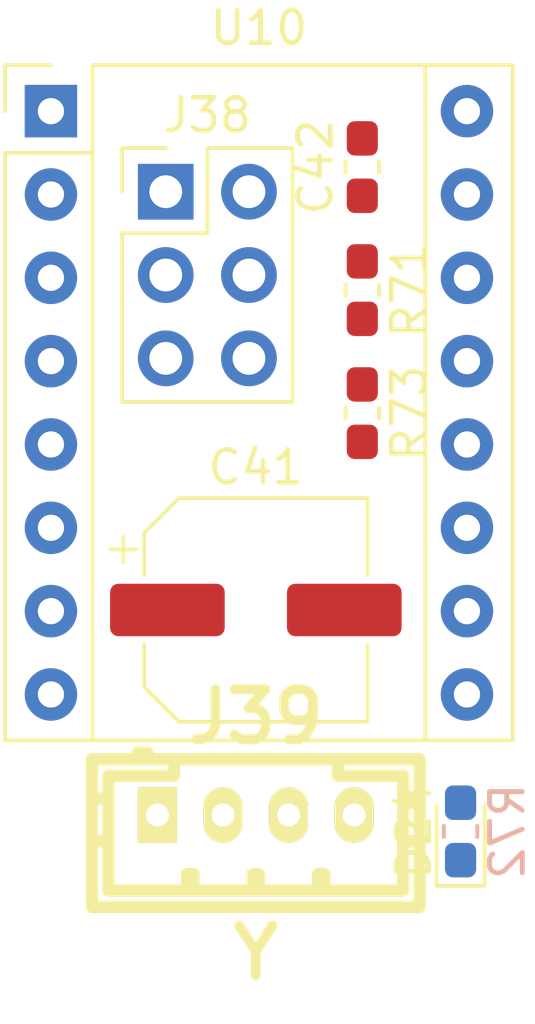
<source format=kicad_pcb>
(kicad_pcb (version 20171130) (host pcbnew 5.0.2-bee76a0~70~ubuntu18.04.1)

  (general
    (thickness 1.6)
    (drawings 0)
    (tracks 0)
    (zones 0)
    (modules 9)
    (nets 16)
  )

  (page A4)
  (layers
    (0 F.Cu signal)
    (31 B.Cu signal)
    (32 B.Adhes user)
    (33 F.Adhes user)
    (34 B.Paste user)
    (35 F.Paste user)
    (36 B.SilkS user)
    (37 F.SilkS user)
    (38 B.Mask user)
    (39 F.Mask user)
    (40 Dwgs.User user)
    (41 Cmts.User user)
    (42 Eco1.User user)
    (43 Eco2.User user)
    (44 Edge.Cuts user)
    (45 Margin user)
    (46 B.CrtYd user)
    (47 F.CrtYd user)
    (48 B.Fab user)
    (49 F.Fab user)
  )

  (setup
    (last_trace_width 0.25)
    (trace_clearance 0.2)
    (zone_clearance 0.508)
    (zone_45_only no)
    (trace_min 0.2)
    (segment_width 0.2)
    (edge_width 0.1)
    (via_size 0.8)
    (via_drill 0.4)
    (via_min_size 0.4)
    (via_min_drill 0.3)
    (uvia_size 0.3)
    (uvia_drill 0.1)
    (uvias_allowed no)
    (uvia_min_size 0.2)
    (uvia_min_drill 0.1)
    (pcb_text_width 0.3)
    (pcb_text_size 1.5 1.5)
    (mod_edge_width 0.15)
    (mod_text_size 1 1)
    (mod_text_width 0.15)
    (pad_size 1.5 1.5)
    (pad_drill 0.6)
    (pad_to_mask_clearance 0)
    (solder_mask_min_width 0.25)
    (aux_axis_origin 0 0)
    (visible_elements FFFFFF7F)
    (pcbplotparams
      (layerselection 0x010fc_ffffffff)
      (usegerberextensions false)
      (usegerberattributes false)
      (usegerberadvancedattributes false)
      (creategerberjobfile false)
      (excludeedgelayer true)
      (linewidth 0.100000)
      (plotframeref false)
      (viasonmask false)
      (mode 1)
      (useauxorigin false)
      (hpglpennumber 1)
      (hpglpenspeed 20)
      (hpglpendiameter 15.000000)
      (psnegative false)
      (psa4output false)
      (plotreference true)
      (plotvalue true)
      (plotinvisibletext false)
      (padsonsilk false)
      (subtractmaskfromsilk false)
      (outputformat 1)
      (mirror false)
      (drillshape 1)
      (scaleselection 1)
      (outputdirectory ""))
  )

  (net 0 "")
  (net 1 GND)
  (net 2 +12V)
  (net 3 "Net-(J39-Pad1)")
  (net 4 "Net-(J39-Pad3)")
  (net 5 "Net-(J39-Pad2)")
  (net 6 "Net-(J39-Pad4)")
  (net 7 "Net-(U10-Pad5)")
  (net 8 "Net-(J38-Pad5)")
  (net 9 "Net-(J38-Pad3)")
  (net 10 "Net-(J38-Pad1)")
  (net 11 "Net-(D24-Pad2)")
  (net 12 /Y_DIR)
  (net 13 /Y_STEP)
  (net 14 +3V3_STM32)
  (net 15 /~Y_EN~)

  (net_class Default "This is the default net class."
    (clearance 0.2)
    (trace_width 0.25)
    (via_dia 0.8)
    (via_drill 0.4)
    (uvia_dia 0.3)
    (uvia_drill 0.1)
    (add_net +12V)
    (add_net +3V3_STM32)
    (add_net /Y_DIR)
    (add_net /Y_STEP)
    (add_net /~Y_EN~)
    (add_net GND)
    (add_net "Net-(D24-Pad2)")
    (add_net "Net-(J38-Pad1)")
    (add_net "Net-(J38-Pad3)")
    (add_net "Net-(J38-Pad5)")
    (add_net "Net-(J39-Pad1)")
    (add_net "Net-(J39-Pad2)")
    (add_net "Net-(J39-Pad3)")
    (add_net "Net-(J39-Pad4)")
    (add_net "Net-(U10-Pad5)")
  )

  (module Capacitor_SMD:CP_Elec_6.3x7.7 (layer F.Cu) (tedit 5BCA39D0) (tstamp 5CCAAADD)
    (at 9 18.25)
    (descr "SMD capacitor, aluminum electrolytic, Nichicon, 6.3x7.7mm")
    (tags "capacitor electrolytic")
    (path /5CC04D38)
    (attr smd)
    (fp_text reference C41 (at 0 -4.35) (layer F.SilkS)
      (effects (font (size 1 1) (thickness 0.15)))
    )
    (fp_text value CP100uf,25V (at 0 4.35) (layer F.Fab)
      (effects (font (size 1 1) (thickness 0.15)))
    )
    (fp_circle (center 0 0) (end 3.15 0) (layer F.Fab) (width 0.1))
    (fp_line (start 3.3 -3.3) (end 3.3 3.3) (layer F.Fab) (width 0.1))
    (fp_line (start -2.3 -3.3) (end 3.3 -3.3) (layer F.Fab) (width 0.1))
    (fp_line (start -2.3 3.3) (end 3.3 3.3) (layer F.Fab) (width 0.1))
    (fp_line (start -3.3 -2.3) (end -3.3 2.3) (layer F.Fab) (width 0.1))
    (fp_line (start -3.3 -2.3) (end -2.3 -3.3) (layer F.Fab) (width 0.1))
    (fp_line (start -3.3 2.3) (end -2.3 3.3) (layer F.Fab) (width 0.1))
    (fp_line (start -2.704838 -1.33) (end -2.074838 -1.33) (layer F.Fab) (width 0.1))
    (fp_line (start -2.389838 -1.645) (end -2.389838 -1.015) (layer F.Fab) (width 0.1))
    (fp_line (start 3.41 3.41) (end 3.41 1.06) (layer F.SilkS) (width 0.12))
    (fp_line (start 3.41 -3.41) (end 3.41 -1.06) (layer F.SilkS) (width 0.12))
    (fp_line (start -2.345563 -3.41) (end 3.41 -3.41) (layer F.SilkS) (width 0.12))
    (fp_line (start -2.345563 3.41) (end 3.41 3.41) (layer F.SilkS) (width 0.12))
    (fp_line (start -3.41 2.345563) (end -3.41 1.06) (layer F.SilkS) (width 0.12))
    (fp_line (start -3.41 -2.345563) (end -3.41 -1.06) (layer F.SilkS) (width 0.12))
    (fp_line (start -3.41 -2.345563) (end -2.345563 -3.41) (layer F.SilkS) (width 0.12))
    (fp_line (start -3.41 2.345563) (end -2.345563 3.41) (layer F.SilkS) (width 0.12))
    (fp_line (start -4.4375 -1.8475) (end -3.65 -1.8475) (layer F.SilkS) (width 0.12))
    (fp_line (start -4.04375 -2.24125) (end -4.04375 -1.45375) (layer F.SilkS) (width 0.12))
    (fp_line (start 3.55 -3.55) (end 3.55 -1.05) (layer F.CrtYd) (width 0.05))
    (fp_line (start 3.55 -1.05) (end 4.7 -1.05) (layer F.CrtYd) (width 0.05))
    (fp_line (start 4.7 -1.05) (end 4.7 1.05) (layer F.CrtYd) (width 0.05))
    (fp_line (start 4.7 1.05) (end 3.55 1.05) (layer F.CrtYd) (width 0.05))
    (fp_line (start 3.55 1.05) (end 3.55 3.55) (layer F.CrtYd) (width 0.05))
    (fp_line (start -2.4 3.55) (end 3.55 3.55) (layer F.CrtYd) (width 0.05))
    (fp_line (start -2.4 -3.55) (end 3.55 -3.55) (layer F.CrtYd) (width 0.05))
    (fp_line (start -3.55 2.4) (end -2.4 3.55) (layer F.CrtYd) (width 0.05))
    (fp_line (start -3.55 -2.4) (end -2.4 -3.55) (layer F.CrtYd) (width 0.05))
    (fp_line (start -3.55 -2.4) (end -3.55 -1.05) (layer F.CrtYd) (width 0.05))
    (fp_line (start -3.55 1.05) (end -3.55 2.4) (layer F.CrtYd) (width 0.05))
    (fp_line (start -3.55 -1.05) (end -4.7 -1.05) (layer F.CrtYd) (width 0.05))
    (fp_line (start -4.7 -1.05) (end -4.7 1.05) (layer F.CrtYd) (width 0.05))
    (fp_line (start -4.7 1.05) (end -3.55 1.05) (layer F.CrtYd) (width 0.05))
    (fp_text user %R (at 0 0) (layer F.Fab)
      (effects (font (size 1 1) (thickness 0.15)))
    )
    (pad 1 smd roundrect (at -2.7 0) (size 3.5 1.6) (layers F.Cu F.Paste F.Mask) (roundrect_rratio 0.15625)
      (net 2 +12V))
    (pad 2 smd roundrect (at 2.7 0) (size 3.5 1.6) (layers F.Cu F.Paste F.Mask) (roundrect_rratio 0.15625)
      (net 1 GND))
    (model ${KISYS3DMOD}/Capacitor_SMD.3dshapes/CP_Elec_6.3x7.7.wrl
      (at (xyz 0 0 0))
      (scale (xyz 1 1 1))
      (rotate (xyz 0 0 0))
    )
  )

  (module Capacitor_SMD:C_0603_1608Metric_Pad1.05x0.95mm_HandSolder (layer F.Cu) (tedit 5B301BBE) (tstamp 5CCAA8BC)
    (at 12.25 4.75 90)
    (descr "Capacitor SMD 0603 (1608 Metric), square (rectangular) end terminal, IPC_7351 nominal with elongated pad for handsoldering. (Body size source: http://www.tortai-tech.com/upload/download/2011102023233369053.pdf), generated with kicad-footprint-generator")
    (tags "capacitor handsolder")
    (path /5CC40ACD)
    (attr smd)
    (fp_text reference C42 (at 0 -1.43 90) (layer F.SilkS)
      (effects (font (size 1 1) (thickness 0.15)))
    )
    (fp_text value C104,0603 (at 0 1.43 90) (layer F.Fab)
      (effects (font (size 1 1) (thickness 0.15)))
    )
    (fp_text user %R (at 0 0 90) (layer F.Fab)
      (effects (font (size 0.4 0.4) (thickness 0.06)))
    )
    (fp_line (start 1.65 0.73) (end -1.65 0.73) (layer F.CrtYd) (width 0.05))
    (fp_line (start 1.65 -0.73) (end 1.65 0.73) (layer F.CrtYd) (width 0.05))
    (fp_line (start -1.65 -0.73) (end 1.65 -0.73) (layer F.CrtYd) (width 0.05))
    (fp_line (start -1.65 0.73) (end -1.65 -0.73) (layer F.CrtYd) (width 0.05))
    (fp_line (start -0.171267 0.51) (end 0.171267 0.51) (layer F.SilkS) (width 0.12))
    (fp_line (start -0.171267 -0.51) (end 0.171267 -0.51) (layer F.SilkS) (width 0.12))
    (fp_line (start 0.8 0.4) (end -0.8 0.4) (layer F.Fab) (width 0.1))
    (fp_line (start 0.8 -0.4) (end 0.8 0.4) (layer F.Fab) (width 0.1))
    (fp_line (start -0.8 -0.4) (end 0.8 -0.4) (layer F.Fab) (width 0.1))
    (fp_line (start -0.8 0.4) (end -0.8 -0.4) (layer F.Fab) (width 0.1))
    (pad 2 smd roundrect (at 0.875 0 90) (size 1.05 0.95) (layers F.Cu F.Paste F.Mask) (roundrect_rratio 0.25)
      (net 14 +3V3_STM32))
    (pad 1 smd roundrect (at -0.875 0 90) (size 1.05 0.95) (layers F.Cu F.Paste F.Mask) (roundrect_rratio 0.25)
      (net 1 GND))
    (model ${KISYS3DMOD}/Capacitor_SMD.3dshapes/C_0603_1608Metric.wrl
      (at (xyz 0 0 0))
      (scale (xyz 1 1 1))
      (rotate (xyz 0 0 0))
    )
  )

  (module Connector_PinHeader_2.54mm:PinHeader_2x03_P2.54mm_Vertical (layer F.Cu) (tedit 59FED5CC) (tstamp 5CCAA67C)
    (at 6.25 5.5)
    (descr "Through hole straight pin header, 2x03, 2.54mm pitch, double rows")
    (tags "Through hole pin header THT 2x03 2.54mm double row")
    (path /5CC04CDF)
    (fp_text reference J38 (at 1.27 -2.33) (layer F.SilkS)
      (effects (font (size 1 1) (thickness 0.15)))
    )
    (fp_text value MS_SELECT (at 1.27 7.41) (layer F.Fab)
      (effects (font (size 1 1) (thickness 0.15)))
    )
    (fp_text user %R (at 1.27 2.54 90) (layer F.Fab)
      (effects (font (size 1 1) (thickness 0.15)))
    )
    (fp_line (start 4.35 -1.8) (end -1.8 -1.8) (layer F.CrtYd) (width 0.05))
    (fp_line (start 4.35 6.85) (end 4.35 -1.8) (layer F.CrtYd) (width 0.05))
    (fp_line (start -1.8 6.85) (end 4.35 6.85) (layer F.CrtYd) (width 0.05))
    (fp_line (start -1.8 -1.8) (end -1.8 6.85) (layer F.CrtYd) (width 0.05))
    (fp_line (start -1.33 -1.33) (end 0 -1.33) (layer F.SilkS) (width 0.12))
    (fp_line (start -1.33 0) (end -1.33 -1.33) (layer F.SilkS) (width 0.12))
    (fp_line (start 1.27 -1.33) (end 3.87 -1.33) (layer F.SilkS) (width 0.12))
    (fp_line (start 1.27 1.27) (end 1.27 -1.33) (layer F.SilkS) (width 0.12))
    (fp_line (start -1.33 1.27) (end 1.27 1.27) (layer F.SilkS) (width 0.12))
    (fp_line (start 3.87 -1.33) (end 3.87 6.41) (layer F.SilkS) (width 0.12))
    (fp_line (start -1.33 1.27) (end -1.33 6.41) (layer F.SilkS) (width 0.12))
    (fp_line (start -1.33 6.41) (end 3.87 6.41) (layer F.SilkS) (width 0.12))
    (fp_line (start -1.27 0) (end 0 -1.27) (layer F.Fab) (width 0.1))
    (fp_line (start -1.27 6.35) (end -1.27 0) (layer F.Fab) (width 0.1))
    (fp_line (start 3.81 6.35) (end -1.27 6.35) (layer F.Fab) (width 0.1))
    (fp_line (start 3.81 -1.27) (end 3.81 6.35) (layer F.Fab) (width 0.1))
    (fp_line (start 0 -1.27) (end 3.81 -1.27) (layer F.Fab) (width 0.1))
    (pad 6 thru_hole oval (at 2.54 5.08) (size 1.7 1.7) (drill 1) (layers *.Cu *.Mask)
      (net 14 +3V3_STM32))
    (pad 5 thru_hole oval (at 0 5.08) (size 1.7 1.7) (drill 1) (layers *.Cu *.Mask)
      (net 8 "Net-(J38-Pad5)"))
    (pad 4 thru_hole oval (at 2.54 2.54) (size 1.7 1.7) (drill 1) (layers *.Cu *.Mask)
      (net 14 +3V3_STM32))
    (pad 3 thru_hole oval (at 0 2.54) (size 1.7 1.7) (drill 1) (layers *.Cu *.Mask)
      (net 9 "Net-(J38-Pad3)"))
    (pad 2 thru_hole oval (at 2.54 0) (size 1.7 1.7) (drill 1) (layers *.Cu *.Mask)
      (net 14 +3V3_STM32))
    (pad 1 thru_hole rect (at 0 0) (size 1.7 1.7) (drill 1) (layers *.Cu *.Mask)
      (net 10 "Net-(J38-Pad1)"))
    (model ${KISYS3DMOD}/Connector_PinHeader_2.54mm.3dshapes/PinHeader_2x03_P2.54mm_Vertical.wrl
      (at (xyz 0 0 0))
      (scale (xyz 1 1 1))
      (rotate (xyz 0 0 0))
    )
  )

  (module LED_SMD:LED_0603_1608Metric_Pad1.05x0.95mm_HandSolder (layer F.Cu) (tedit 5B4B45C9) (tstamp 5CCAA4ED)
    (at 15.25 25 90)
    (descr "LED SMD 0603 (1608 Metric), square (rectangular) end terminal, IPC_7351 nominal, (Body size source: http://www.tortai-tech.com/upload/download/2011102023233369053.pdf), generated with kicad-footprint-generator")
    (tags "LED handsolder")
    (path /5CC5FBED)
    (attr smd)
    (fp_text reference D24 (at 0 -1.43 90) (layer F.SilkS)
      (effects (font (size 1 1) (thickness 0.15)))
    )
    (fp_text value LED_BLUE,0603 (at 0 1.43 90) (layer F.Fab)
      (effects (font (size 1 1) (thickness 0.15)))
    )
    (fp_text user %R (at 0 0 90) (layer F.Fab)
      (effects (font (size 0.4 0.4) (thickness 0.06)))
    )
    (fp_line (start 1.65 0.73) (end -1.65 0.73) (layer F.CrtYd) (width 0.05))
    (fp_line (start 1.65 -0.73) (end 1.65 0.73) (layer F.CrtYd) (width 0.05))
    (fp_line (start -1.65 -0.73) (end 1.65 -0.73) (layer F.CrtYd) (width 0.05))
    (fp_line (start -1.65 0.73) (end -1.65 -0.73) (layer F.CrtYd) (width 0.05))
    (fp_line (start -1.66 0.735) (end 0.8 0.735) (layer F.SilkS) (width 0.12))
    (fp_line (start -1.66 -0.735) (end -1.66 0.735) (layer F.SilkS) (width 0.12))
    (fp_line (start 0.8 -0.735) (end -1.66 -0.735) (layer F.SilkS) (width 0.12))
    (fp_line (start 0.8 0.4) (end 0.8 -0.4) (layer F.Fab) (width 0.1))
    (fp_line (start -0.8 0.4) (end 0.8 0.4) (layer F.Fab) (width 0.1))
    (fp_line (start -0.8 -0.1) (end -0.8 0.4) (layer F.Fab) (width 0.1))
    (fp_line (start -0.5 -0.4) (end -0.8 -0.1) (layer F.Fab) (width 0.1))
    (fp_line (start 0.8 -0.4) (end -0.5 -0.4) (layer F.Fab) (width 0.1))
    (pad 2 smd roundrect (at 0.875 0 90) (size 1.05 0.95) (layers F.Cu F.Paste F.Mask) (roundrect_rratio 0.25)
      (net 11 "Net-(D24-Pad2)"))
    (pad 1 smd roundrect (at -0.875 0 90) (size 1.05 0.95) (layers F.Cu F.Paste F.Mask) (roundrect_rratio 0.25)
      (net 15 /~Y_EN~))
    (model ${KISYS3DMOD}/LED_SMD.3dshapes/LED_0603_1608Metric.wrl
      (at (xyz 0 0 0))
      (scale (xyz 1 1 1))
      (rotate (xyz 0 0 0))
    )
  )

  (module Resistor_SMD:R_0603_1608Metric_Pad1.05x0.95mm_HandSolder (layer F.Cu) (tedit 5B301BBD) (tstamp 5CCAA114)
    (at 12.25 8.5 270)
    (descr "Resistor SMD 0603 (1608 Metric), square (rectangular) end terminal, IPC_7351 nominal with elongated pad for handsoldering. (Body size source: http://www.tortai-tech.com/upload/download/2011102023233369053.pdf), generated with kicad-footprint-generator")
    (tags "resistor handsolder")
    (path /5CC04CCF)
    (attr smd)
    (fp_text reference R71 (at 0 -1.43 270) (layer F.SilkS)
      (effects (font (size 1 1) (thickness 0.15)))
    )
    (fp_text value R104,0603 (at 0 1.43 270) (layer F.Fab)
      (effects (font (size 1 1) (thickness 0.15)))
    )
    (fp_line (start -0.8 0.4) (end -0.8 -0.4) (layer F.Fab) (width 0.1))
    (fp_line (start -0.8 -0.4) (end 0.8 -0.4) (layer F.Fab) (width 0.1))
    (fp_line (start 0.8 -0.4) (end 0.8 0.4) (layer F.Fab) (width 0.1))
    (fp_line (start 0.8 0.4) (end -0.8 0.4) (layer F.Fab) (width 0.1))
    (fp_line (start -0.171267 -0.51) (end 0.171267 -0.51) (layer F.SilkS) (width 0.12))
    (fp_line (start -0.171267 0.51) (end 0.171267 0.51) (layer F.SilkS) (width 0.12))
    (fp_line (start -1.65 0.73) (end -1.65 -0.73) (layer F.CrtYd) (width 0.05))
    (fp_line (start -1.65 -0.73) (end 1.65 -0.73) (layer F.CrtYd) (width 0.05))
    (fp_line (start 1.65 -0.73) (end 1.65 0.73) (layer F.CrtYd) (width 0.05))
    (fp_line (start 1.65 0.73) (end -1.65 0.73) (layer F.CrtYd) (width 0.05))
    (fp_text user %R (at 0 0 270) (layer F.Fab)
      (effects (font (size 0.4 0.4) (thickness 0.06)))
    )
    (pad 1 smd roundrect (at -0.875 0 270) (size 1.05 0.95) (layers F.Cu F.Paste F.Mask) (roundrect_rratio 0.25)
      (net 1 GND))
    (pad 2 smd roundrect (at 0.875 0 270) (size 1.05 0.95) (layers F.Cu F.Paste F.Mask) (roundrect_rratio 0.25)
      (net 10 "Net-(J38-Pad1)"))
    (model ${KISYS3DMOD}/Resistor_SMD.3dshapes/R_0603_1608Metric.wrl
      (at (xyz 0 0 0))
      (scale (xyz 1 1 1))
      (rotate (xyz 0 0 0))
    )
  )

  (module Resistor_SMD:R_0603_1608Metric_Pad1.05x0.95mm_HandSolder (layer B.Cu) (tedit 5B301BBD) (tstamp 5CCAA103)
    (at 15.25 25 90)
    (descr "Resistor SMD 0603 (1608 Metric), square (rectangular) end terminal, IPC_7351 nominal with elongated pad for handsoldering. (Body size source: http://www.tortai-tech.com/upload/download/2011102023233369053.pdf), generated with kicad-footprint-generator")
    (tags "resistor handsolder")
    (path /5CC5FBE6)
    (attr smd)
    (fp_text reference R72 (at 0 1.43 90) (layer B.SilkS)
      (effects (font (size 1 1) (thickness 0.15)) (justify mirror))
    )
    (fp_text value R102,0603 (at 0 -1.43 90) (layer B.Fab)
      (effects (font (size 1 1) (thickness 0.15)) (justify mirror))
    )
    (fp_text user %R (at 0 0 90) (layer B.Fab)
      (effects (font (size 0.4 0.4) (thickness 0.06)) (justify mirror))
    )
    (fp_line (start 1.65 -0.73) (end -1.65 -0.73) (layer B.CrtYd) (width 0.05))
    (fp_line (start 1.65 0.73) (end 1.65 -0.73) (layer B.CrtYd) (width 0.05))
    (fp_line (start -1.65 0.73) (end 1.65 0.73) (layer B.CrtYd) (width 0.05))
    (fp_line (start -1.65 -0.73) (end -1.65 0.73) (layer B.CrtYd) (width 0.05))
    (fp_line (start -0.171267 -0.51) (end 0.171267 -0.51) (layer B.SilkS) (width 0.12))
    (fp_line (start -0.171267 0.51) (end 0.171267 0.51) (layer B.SilkS) (width 0.12))
    (fp_line (start 0.8 -0.4) (end -0.8 -0.4) (layer B.Fab) (width 0.1))
    (fp_line (start 0.8 0.4) (end 0.8 -0.4) (layer B.Fab) (width 0.1))
    (fp_line (start -0.8 0.4) (end 0.8 0.4) (layer B.Fab) (width 0.1))
    (fp_line (start -0.8 -0.4) (end -0.8 0.4) (layer B.Fab) (width 0.1))
    (pad 2 smd roundrect (at 0.875 0 90) (size 1.05 0.95) (layers B.Cu B.Paste B.Mask) (roundrect_rratio 0.25)
      (net 11 "Net-(D24-Pad2)"))
    (pad 1 smd roundrect (at -0.875 0 90) (size 1.05 0.95) (layers B.Cu B.Paste B.Mask) (roundrect_rratio 0.25)
      (net 14 +3V3_STM32))
    (model ${KISYS3DMOD}/Resistor_SMD.3dshapes/R_0603_1608Metric.wrl
      (at (xyz 0 0 0))
      (scale (xyz 1 1 1))
      (rotate (xyz 0 0 0))
    )
  )

  (module Resistor_SMD:R_0603_1608Metric_Pad1.05x0.95mm_HandSolder (layer F.Cu) (tedit 5B301BBD) (tstamp 5CCAA059)
    (at 12.25 12.25 270)
    (descr "Resistor SMD 0603 (1608 Metric), square (rectangular) end terminal, IPC_7351 nominal with elongated pad for handsoldering. (Body size source: http://www.tortai-tech.com/upload/download/2011102023233369053.pdf), generated with kicad-footprint-generator")
    (tags "resistor handsolder")
    (path /5CC5FBD8)
    (attr smd)
    (fp_text reference R73 (at 0 -1.43 270) (layer F.SilkS)
      (effects (font (size 1 1) (thickness 0.15)))
    )
    (fp_text value R103,0603 (at 0 1.43 270) (layer F.Fab)
      (effects (font (size 1 1) (thickness 0.15)))
    )
    (fp_text user %R (at 0 0 270) (layer F.Fab)
      (effects (font (size 0.4 0.4) (thickness 0.06)))
    )
    (fp_line (start 1.65 0.73) (end -1.65 0.73) (layer F.CrtYd) (width 0.05))
    (fp_line (start 1.65 -0.73) (end 1.65 0.73) (layer F.CrtYd) (width 0.05))
    (fp_line (start -1.65 -0.73) (end 1.65 -0.73) (layer F.CrtYd) (width 0.05))
    (fp_line (start -1.65 0.73) (end -1.65 -0.73) (layer F.CrtYd) (width 0.05))
    (fp_line (start -0.171267 0.51) (end 0.171267 0.51) (layer F.SilkS) (width 0.12))
    (fp_line (start -0.171267 -0.51) (end 0.171267 -0.51) (layer F.SilkS) (width 0.12))
    (fp_line (start 0.8 0.4) (end -0.8 0.4) (layer F.Fab) (width 0.1))
    (fp_line (start 0.8 -0.4) (end 0.8 0.4) (layer F.Fab) (width 0.1))
    (fp_line (start -0.8 -0.4) (end 0.8 -0.4) (layer F.Fab) (width 0.1))
    (fp_line (start -0.8 0.4) (end -0.8 -0.4) (layer F.Fab) (width 0.1))
    (pad 2 smd roundrect (at 0.875 0 270) (size 1.05 0.95) (layers F.Cu F.Paste F.Mask) (roundrect_rratio 0.25)
      (net 15 /~Y_EN~))
    (pad 1 smd roundrect (at -0.875 0 270) (size 1.05 0.95) (layers F.Cu F.Paste F.Mask) (roundrect_rratio 0.25)
      (net 14 +3V3_STM32))
    (model ${KISYS3DMOD}/Resistor_SMD.3dshapes/R_0603_1608Metric.wrl
      (at (xyz 0 0 0))
      (scale (xyz 1 1 1))
      (rotate (xyz 0 0 0))
    )
  )

  (module footprint-lib:Pololu_Breakout-16_15.2x20.3mm (layer F.Cu) (tedit 5BFD989B) (tstamp 5CCA9E5B)
    (at 2.745001 3.045001)
    (descr "Pololu Breakout 16-pin 15.2x20.3mm 0.6x0.8\\")
    (tags "Pololu Breakout")
    (path /5CC04CBD)
    (fp_text reference U10 (at 6.35 -2.54) (layer F.SilkS)
      (effects (font (size 1 1) (thickness 0.15)))
    )
    (fp_text value A4988_MODULE (at 6.35 20.17) (layer F.Fab)
      (effects (font (size 1 1) (thickness 0.15)))
    )
    (fp_line (start 14.21 19.3) (end -1.53 19.3) (layer F.CrtYd) (width 0.05))
    (fp_line (start 14.21 19.3) (end 14.21 -1.52) (layer F.CrtYd) (width 0.05))
    (fp_line (start -1.53 -1.52) (end -1.53 19.3) (layer F.CrtYd) (width 0.05))
    (fp_line (start -1.53 -1.52) (end 14.21 -1.52) (layer F.CrtYd) (width 0.05))
    (fp_line (start -1.27 19.05) (end -1.27 0) (layer F.Fab) (width 0.1))
    (fp_line (start 13.97 19.05) (end -1.27 19.05) (layer F.Fab) (width 0.1))
    (fp_line (start 13.97 -1.27) (end 13.97 19.05) (layer F.Fab) (width 0.1))
    (fp_line (start 0 -1.27) (end 13.97 -1.27) (layer F.Fab) (width 0.1))
    (fp_line (start -1.27 0) (end 0 -1.27) (layer F.Fab) (width 0.1))
    (fp_line (start 14.1 -1.4) (end 1.27 -1.4) (layer F.SilkS) (width 0.12))
    (fp_line (start 14.1 19.18) (end 14.1 -1.4) (layer F.SilkS) (width 0.12))
    (fp_line (start -1.4 19.18) (end 14.1 19.18) (layer F.SilkS) (width 0.12))
    (fp_line (start -1.4 1.27) (end -1.4 19.18) (layer F.SilkS) (width 0.12))
    (fp_line (start 1.27 1.27) (end -1.4 1.27) (layer F.SilkS) (width 0.12))
    (fp_line (start 1.27 -1.4) (end 1.27 1.27) (layer F.SilkS) (width 0.12))
    (fp_line (start -1.4 -1.4) (end -1.4 0) (layer F.SilkS) (width 0.12))
    (fp_line (start 0 -1.4) (end -1.4 -1.4) (layer F.SilkS) (width 0.12))
    (fp_line (start 1.27 1.27) (end 1.27 19.18) (layer F.SilkS) (width 0.12))
    (fp_line (start 11.43 -1.4) (end 11.43 19.18) (layer F.SilkS) (width 0.12))
    (fp_text user %R (at 6.35 0) (layer F.Fab)
      (effects (font (size 1 1) (thickness 0.15)))
    )
    (pad 16 thru_hole oval (at 12.7 0) (size 1.6 1.6) (drill 0.8) (layers *.Cu *.Mask)
      (net 2 +12V))
    (pad 8 thru_hole oval (at 0 17.78) (size 1.6 1.6) (drill 0.8) (layers *.Cu *.Mask)
      (net 12 /Y_DIR))
    (pad 15 thru_hole oval (at 12.7 2.54) (size 1.6 1.6) (drill 0.8) (layers *.Cu *.Mask)
      (net 1 GND))
    (pad 7 thru_hole oval (at 0 15.24) (size 1.6 1.6) (drill 0.8) (layers *.Cu *.Mask)
      (net 13 /Y_STEP))
    (pad 14 thru_hole oval (at 12.7 5.08) (size 1.6 1.6) (drill 0.8) (layers *.Cu *.Mask)
      (net 3 "Net-(J39-Pad1)"))
    (pad 6 thru_hole oval (at 0 12.7) (size 1.6 1.6) (drill 0.8) (layers *.Cu *.Mask)
      (net 7 "Net-(U10-Pad5)"))
    (pad 13 thru_hole oval (at 12.7 7.62) (size 1.6 1.6) (drill 0.8) (layers *.Cu *.Mask)
      (net 5 "Net-(J39-Pad2)"))
    (pad 5 thru_hole oval (at 0 10.16) (size 1.6 1.6) (drill 0.8) (layers *.Cu *.Mask)
      (net 7 "Net-(U10-Pad5)"))
    (pad 12 thru_hole oval (at 12.7 10.16) (size 1.6 1.6) (drill 0.8) (layers *.Cu *.Mask)
      (net 4 "Net-(J39-Pad3)"))
    (pad 4 thru_hole oval (at 0 7.62) (size 1.6 1.6) (drill 0.8) (layers *.Cu *.Mask)
      (net 8 "Net-(J38-Pad5)"))
    (pad 11 thru_hole oval (at 12.7 12.7) (size 1.6 1.6) (drill 0.8) (layers *.Cu *.Mask)
      (net 6 "Net-(J39-Pad4)"))
    (pad 3 thru_hole oval (at 0 5.08) (size 1.6 1.6) (drill 0.8) (layers *.Cu *.Mask)
      (net 9 "Net-(J38-Pad3)"))
    (pad 10 thru_hole oval (at 12.7 15.24) (size 1.6 1.6) (drill 0.8) (layers *.Cu *.Mask)
      (net 14 +3V3_STM32))
    (pad 2 thru_hole oval (at 0 2.54) (size 1.6 1.6) (drill 0.8) (layers *.Cu *.Mask)
      (net 10 "Net-(J38-Pad1)"))
    (pad 9 thru_hole oval (at 12.7 17.78) (size 1.6 1.6) (drill 0.8) (layers *.Cu *.Mask)
      (net 1 GND))
    (pad 1 thru_hole rect (at 0 0) (size 1.6 1.6) (drill 0.8) (layers *.Cu *.Mask)
      (net 15 /~Y_EN~))
    (model ${KISYS3DMOD}/Module.3dshapes/Pololu_Breakout-16_15.2x20.3mm.wrl
      (at (xyz 0 0 0))
      (scale (xyz 1 1 1))
      (rotate (xyz 0 0 0))
    )
    (model /home/logic/_workspace/kicad/kicad_library/kicad-packages3d/3d_con_pcb/conF_08.wrl
      (offset (xyz 0 -9 -0.5))
      (scale (xyz 1 1 1))
      (rotate (xyz 0 0 90))
    )
    (model /home/logic/_workspace/kicad/kicad_library/kicad-packages3d/3d_con_pcb/conF_08.wrl
      (offset (xyz 12.5 -9 -0.5))
      (scale (xyz 1 1 1))
      (rotate (xyz 0 0 90))
    )
    (model "/home/logic/_workspace/kicad/kicad_library/kicad-packages3d/A4988 one body.step"
      (offset (xyz 6.5 -9 10.5))
      (scale (xyz 1 1 1))
      (rotate (xyz 0 0 0))
    )
  )

  (module footprint-lib:b4b-ph-kl,stepper_terminal (layer F.Cu) (tedit 0) (tstamp 5CCA9A69)
    (at 9 24.5)
    (descr "JST PH series connector, B4B-PH-KL")
    (path /5CC04D03)
    (fp_text reference J39 (at 0 -2.99974) (layer F.SilkS)
      (effects (font (size 1.524 1.524) (thickness 0.3048)))
    )
    (fp_text value Y (at 0 4.20116) (layer F.SilkS)
      (effects (font (size 1.524 1.524) (thickness 0.3048)))
    )
    (fp_line (start 0.09906 1.80086) (end 0.09906 2.30124) (layer F.SilkS) (width 0.381))
    (fp_line (start -0.09906 1.80086) (end 0.09906 1.80086) (layer F.SilkS) (width 0.381))
    (fp_line (start -0.09906 2.30124) (end -0.09906 1.80086) (layer F.SilkS) (width 0.381))
    (fp_line (start -5.00126 2.79908) (end 5.00126 2.79908) (layer F.SilkS) (width 0.381))
    (fp_line (start 4.50088 2.30124) (end -4.50088 2.30124) (layer F.SilkS) (width 0.381))
    (fp_line (start -5.00126 -1.69926) (end 5.00126 -1.69926) (layer F.SilkS) (width 0.381))
    (fp_line (start -1.90246 1.80086) (end -1.90246 2.30124) (layer F.SilkS) (width 0.381))
    (fp_line (start -2.10058 1.80086) (end -1.90246 1.80086) (layer F.SilkS) (width 0.381))
    (fp_line (start -2.10058 2.30124) (end -2.10058 1.80086) (layer F.SilkS) (width 0.381))
    (fp_line (start 1.89992 2.30124) (end 1.89992 1.80086) (layer F.SilkS) (width 0.381))
    (fp_line (start 1.89992 1.80086) (end 2.09804 1.80086) (layer F.SilkS) (width 0.381))
    (fp_line (start 2.09804 1.80086) (end 2.09804 2.30124) (layer F.SilkS) (width 0.381))
    (fp_line (start 5.00126 -0.50038) (end 4.50088 -0.50038) (layer F.SilkS) (width 0.381))
    (fp_line (start 4.50088 0.8001) (end 5.00126 0.8001) (layer F.SilkS) (width 0.381))
    (fp_line (start -4.50088 0.8001) (end -5.00126 0.8001) (layer F.SilkS) (width 0.381))
    (fp_line (start -4.50088 -0.50038) (end -5.00126 -0.50038) (layer F.SilkS) (width 0.381))
    (fp_line (start -2.5019 -1.69926) (end -2.5019 -1.19888) (layer F.SilkS) (width 0.381))
    (fp_line (start -2.5019 -1.19888) (end -4.50088 -1.19888) (layer F.SilkS) (width 0.381))
    (fp_line (start -4.50088 -1.19888) (end -4.50088 2.30124) (layer F.SilkS) (width 0.381))
    (fp_line (start 4.50088 2.30124) (end 4.50088 -1.19888) (layer F.SilkS) (width 0.381))
    (fp_line (start 4.50088 -1.19888) (end 2.5019 -1.19888) (layer F.SilkS) (width 0.381))
    (fp_line (start 2.5019 -1.19888) (end 2.5019 -1.69926) (layer F.SilkS) (width 0.381))
    (fp_line (start -5.00126 -1.69926) (end -5.00126 2.79908) (layer F.SilkS) (width 0.381))
    (fp_line (start 5.00126 -1.69926) (end 5.00126 2.79908) (layer F.SilkS) (width 0.381))
    (fp_line (start -3.302 -1.69926) (end -3.302 -1.89992) (layer F.SilkS) (width 0.381))
    (fp_line (start -3.302 -1.89992) (end -3.60172 -1.89992) (layer F.SilkS) (width 0.381))
    (fp_line (start -3.60172 -1.89992) (end -3.60172 -1.69926) (layer F.SilkS) (width 0.381))
    (pad 1 thru_hole rect (at -3.00228 0) (size 1.19888 1.69926) (drill 0.70104) (layers *.Cu *.Mask F.SilkS)
      (net 3 "Net-(J39-Pad1)"))
    (pad 3 thru_hole oval (at 1.00076 0) (size 1.19888 1.69926) (drill 0.70104) (layers *.Cu *.Mask F.SilkS)
      (net 4 "Net-(J39-Pad3)"))
    (pad 2 thru_hole oval (at -1.00076 0) (size 1.19888 1.69926) (drill 0.70104) (layers *.Cu *.Mask F.SilkS)
      (net 5 "Net-(J39-Pad2)"))
    (pad 4 thru_hole oval (at 2.99974 0) (size 1.19888 1.69926) (drill 0.70104) (layers *.Cu *.Mask F.SilkS)
      (net 6 "Net-(J39-Pad4)"))
    (model ${HOME}/_workspace/kicad/kicad_library/smisioto-footprints/modules/packages3d/walter/conn_jst-ph/b4b-ph-kl.wrl
      (at (xyz 0 0 0))
      (scale (xyz 1 1 1))
      (rotate (xyz 0 0 0))
    )
  )

)

</source>
